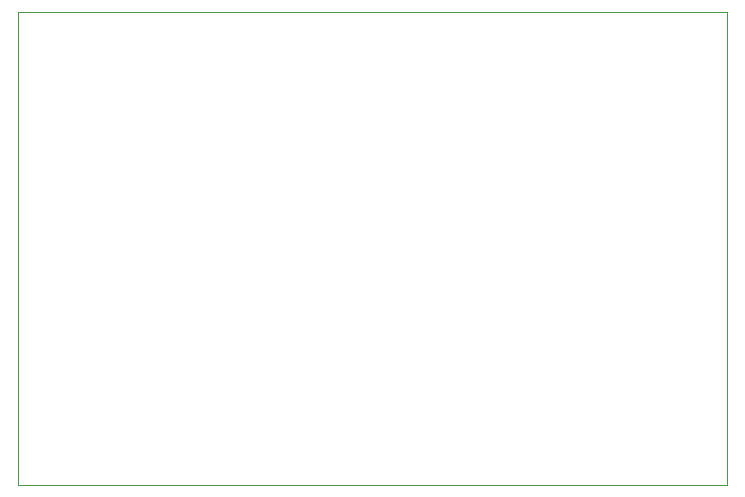
<source format=gm1>
%TF.GenerationSoftware,KiCad,Pcbnew,(7.0.0)*%
%TF.CreationDate,2023-03-08T15:02:16+02:00*%
%TF.ProjectId,SARA-R4_DevBoard,53415241-2d52-4345-9f44-6576426f6172,rev?*%
%TF.SameCoordinates,Original*%
%TF.FileFunction,Profile,NP*%
%FSLAX46Y46*%
G04 Gerber Fmt 4.6, Leading zero omitted, Abs format (unit mm)*
G04 Created by KiCad (PCBNEW (7.0.0)) date 2023-03-08 15:02:16*
%MOMM*%
%LPD*%
G01*
G04 APERTURE LIST*
%TA.AperFunction,Profile*%
%ADD10C,0.100000*%
%TD*%
G04 APERTURE END LIST*
D10*
X180000000Y-120000000D02*
X180000000Y-80000000D01*
X120000000Y-80000000D02*
X120000000Y-120000000D01*
X120000000Y-80000000D02*
X180000000Y-80000000D01*
X120000000Y-120000000D02*
X180000000Y-120000000D01*
M02*

</source>
